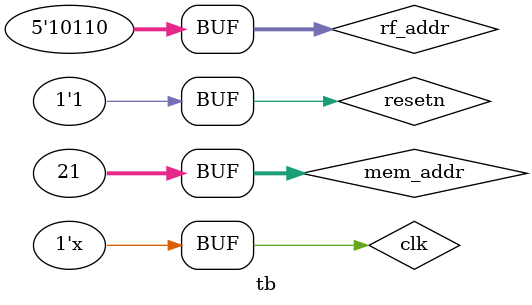
<source format=v>
`timescale 1ns / 1ps


module tb;

    // Inputs
    reg clk;
    reg resetn;
    reg [4:0] rf_addr;
    reg [31:0] mem_addr;

    // Outputs
    wire [31:0] rf_data;
    wire [31:0] mem_data;
    wire [31:0] IF1_pc;
    wire [31:0] IF2_pc;
    wire [31:0] IF3_pc;
    wire [31:0] IF_inst;
    wire [31:0] ID_pc;
    wire [31:0] EXE_pc;
    wire [31:0] MEM_pc;
    wire [31:0] WB_pc;
    wire [31:0] cpu_5_valid;
    
    wire [31:0] exe_res;
    wire [31:0] alu_op2;

    // Instantiate the Unit Under Test (UUT)
    pipeline_cpu uut (
        .clk(clk), 
        .resetn(resetn), 
        .rf_addr(rf_addr), 
        .mem_addr(mem_addr), 
        .rf_data(rf_data), 
        .mem_data(mem_data), 
        .IF1_pc(IF1_pc), 
        .IF2_pc(IF2_pc), 
        .IF3_pc(IF3_pc), 
        .IF_inst(IF_inst), 
        .ID_pc(ID_pc), 
        .EXE_pc(EXE_pc), 
        .MEM_pc(MEM_pc), 
        .WB_pc(WB_pc), 
        
        ._jbr(jbr), 
        ._flush(flush),
        .exe_res(exe_res), 
        .alu_op_2(alu_op2), 
        
        .cpu_5_valid(cpu_5_valid)
    );

    initial begin
        // Initialize Inputs
        clk = 0;
        resetn = 0;
        rf_addr = 0;
        mem_addr = 20;

        // Wait 100 ns for global reset to finish
        #100;
      resetn = 1;
        // Add stimulus here
        #65;
      rf_addr = 1;
        #40;
      rf_addr = 2;
        #50;
      rf_addr = 3;
        #30;
      rf_addr = 4;
        #40;
      rf_addr = 25;
        #50;
      rf_addr = 12;
        #30;
      rf_addr = 26;
        #50;
      rf_addr = 27;
        #30;
      rf_addr = 31;
        #30;
      rf_addr = 5;
        #30;
      mem_addr = 20;
        #30;
      rf_addr = 6;
        #30;
      rf_addr = 7;
        #30;
      rf_addr = 8;
        #30;
      mem_addr = 28;
      rf_addr = 3;
        #30;
      rf_addr = 1;
        #70;
      rf_addr = 10;
        #140;
      rf_addr = 31;
        #70;
      mem_addr = 22;
        #70;
       rf_addr = 13;
         #110;
       rf_addr = 14;
         #70;
       rf_addr = 15;
         #70;
       rf_addr = 16;
         #180;
       rf_addr = 11;
         #110;
       rf_addr = 24;
         #70;
       rf_addr = 29;
         #30;
       rf_addr = 11;
         #90;
       rf_addr = 28;
         #40;
       rf_addr = 29;
         #70;
       mem_addr = 21;
         #80;
       rf_addr = 18;
         #80;
       rf_addr = 19;
         #70;
       rf_addr = 24;
         #70;
       rf_addr = 29;
         #120;
       rf_addr = 28;
         #40;
       rf_addr = 29;
         #70;
       rf_addr = 20;
         #70;
       rf_addr = 21;
         #70;
       rf_addr = 22;
    end
   always #5 clk=~clk;
endmodule


</source>
